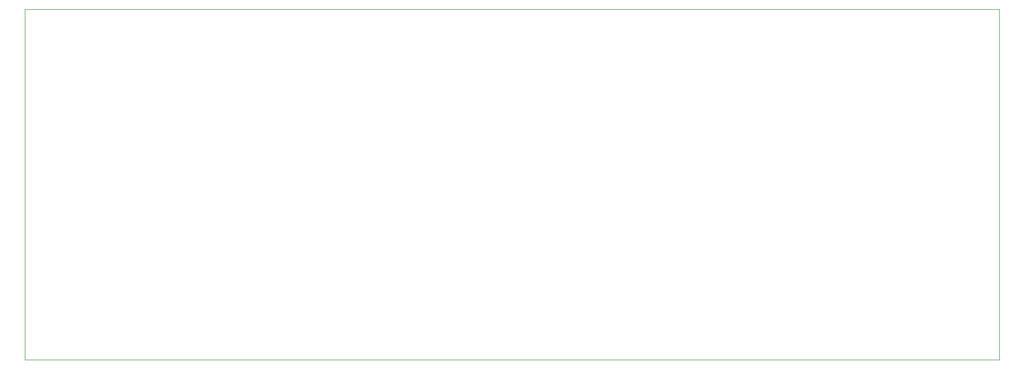
<source format=gbr>
G04 (created by PCBNEW (22-Jun-2014 BZR 4027)-stable) date vie 24 oct 2014 06:28:31 CST*
%MOIN*%
G04 Gerber Fmt 3.4, Leading zero omitted, Abs format*
%FSLAX34Y34*%
G01*
G70*
G90*
G04 APERTURE LIST*
%ADD10C,0.00590551*%
%ADD11C,0.00393701*%
G04 APERTURE END LIST*
G54D10*
G54D11*
X114155Y-73880D02*
X51370Y-73880D01*
X114156Y-51260D02*
X114156Y-51279D01*
X113931Y-51260D02*
X114156Y-51260D01*
X114156Y-51273D02*
X114156Y-73880D01*
X51370Y-73880D02*
X51370Y-51260D01*
X113932Y-51260D02*
X51370Y-51260D01*
M02*

</source>
